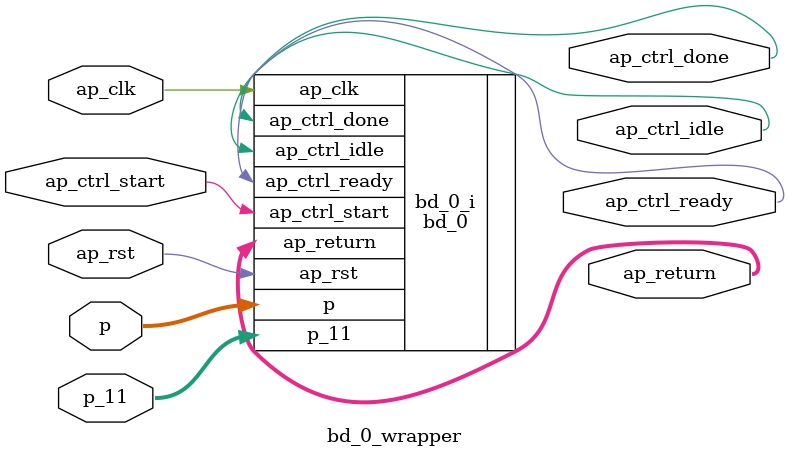
<source format=v>
`timescale 1 ps / 1 ps

module bd_0_wrapper
   (ap_clk,
    ap_ctrl_done,
    ap_ctrl_idle,
    ap_ctrl_ready,
    ap_ctrl_start,
    ap_return,
    ap_rst,
    p,
    p_11);
  input ap_clk;
  output ap_ctrl_done;
  output ap_ctrl_idle;
  output ap_ctrl_ready;
  input ap_ctrl_start;
  output [31:0]ap_return;
  input ap_rst;
  input [63:0]p;
  input [63:0]p_11;

  wire ap_clk;
  wire ap_ctrl_done;
  wire ap_ctrl_idle;
  wire ap_ctrl_ready;
  wire ap_ctrl_start;
  wire [31:0]ap_return;
  wire ap_rst;
  wire [63:0]p;
  wire [63:0]p_11;

  bd_0 bd_0_i
       (.ap_clk(ap_clk),
        .ap_ctrl_done(ap_ctrl_done),
        .ap_ctrl_idle(ap_ctrl_idle),
        .ap_ctrl_ready(ap_ctrl_ready),
        .ap_ctrl_start(ap_ctrl_start),
        .ap_return(ap_return),
        .ap_rst(ap_rst),
        .p(p),
        .p_11(p_11));
endmodule

</source>
